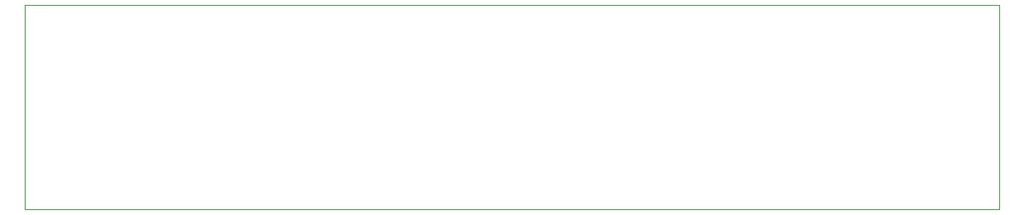
<source format=gm1>
%TF.GenerationSoftware,KiCad,Pcbnew,(5.1.12)-1*%
%TF.CreationDate,2021-11-29T00:24:33+03:00*%
%TF.ProjectId,lepetocontrol,6c657065-746f-4636-9f6e-74726f6c2e6b,rev?*%
%TF.SameCoordinates,Original*%
%TF.FileFunction,Profile,NP*%
%FSLAX46Y46*%
G04 Gerber Fmt 4.6, Leading zero omitted, Abs format (unit mm)*
G04 Created by KiCad (PCBNEW (5.1.12)-1) date 2021-11-29 00:24:33*
%MOMM*%
%LPD*%
G01*
G04 APERTURE LIST*
%TA.AperFunction,Profile*%
%ADD10C,0.050000*%
%TD*%
G04 APERTURE END LIST*
D10*
X174780000Y-42459000D02*
X174780000Y-21459000D01*
X274780000Y-42459000D02*
X174780000Y-42459000D01*
X274780000Y-21459000D02*
X274780000Y-42459000D01*
X174780000Y-21459000D02*
X274780000Y-21459000D01*
M02*

</source>
